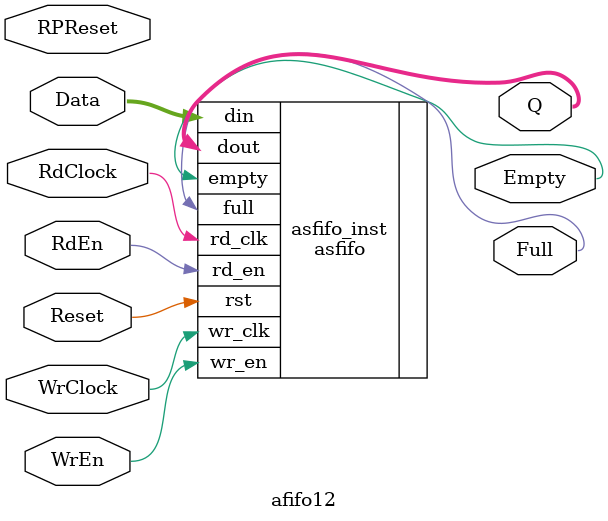
<source format=v>
`default_nettype none
module afifo12 (
        input wire [11:0] Data,
        input wire WrClock,
        input wire RdClock,
        input wire WrEn,
        input wire RdEn,
        input wire Reset,
        input wire RPReset,
        output wire [11:0] Q,
        output wire Empty,
        output wire Full
);

asfifo # (
        .DATA_WIDTH(12),
        .ADDRESS_WIDTH(12)
) asfifo_inst (
        .dout(Q), 
        .empty(Empty),
        .rd_en(RdEn),
        .rd_clk(RdClock),        
        .din(Data),  
        .full(Full),
        .wr_en(WrEn),
        .wr_clk(WrClock),
        .rst(Reset)
);

endmodule
`default_nettype wire

</source>
